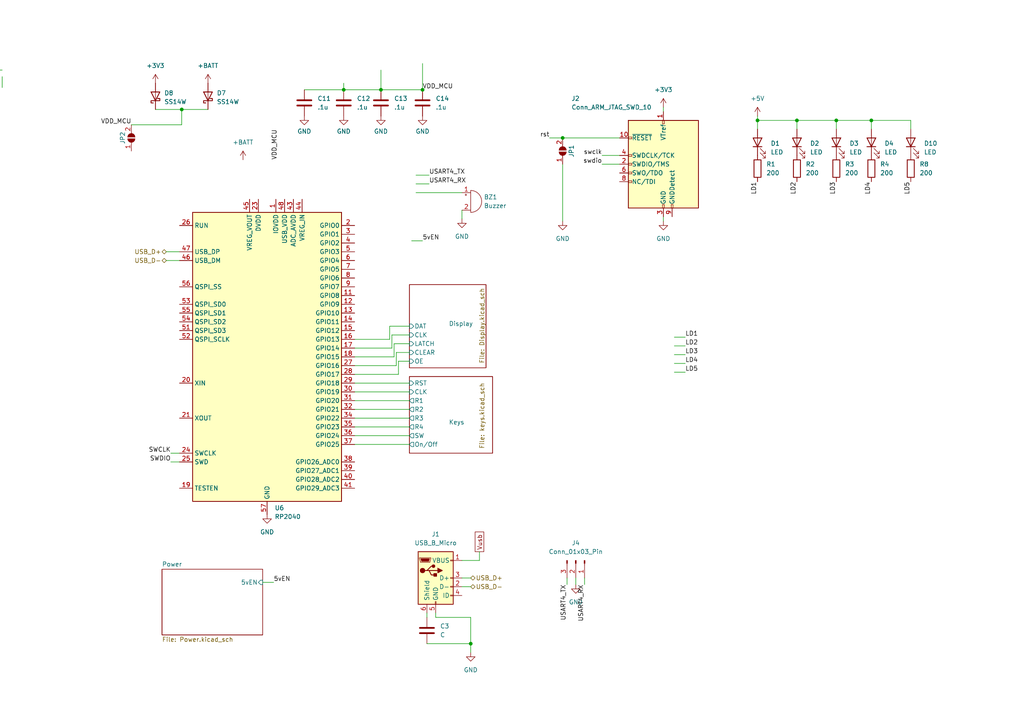
<source format=kicad_sch>
(kicad_sch (version 20230121) (generator eeschema)
  (paper "A4")
  (lib_symbols
    (symbol "Connector:Conn_01x03_Pin" (pin_names (offset 1.016) hide)
      (property "Reference" "J" (at 0 5.08 0))
      (property "Value" "Conn_01x03_Pin" (at 0 -5.08 0))
      (symbol "Conn_01x03_Pin_1_1"
        (polyline (pts (xy 1.27 -2.54) (xy 0.8636 -2.54)) (stroke (width 0.1524)))
        (polyline (pts (xy 1.27 0) (xy 0.8636 0)) (stroke (width 0.1524)))
        (polyline (pts (xy 1.27 2.54) (xy 0.8636 2.54)) (stroke (width 0.1524)))
        (rectangle (start 0.8636 -2.413) (end 0 -2.667) (stroke (width 0.1524)) (fill (type outline)))
        (rectangle (start 0.8636 0.127) (end 0 -0.127) (stroke (width 0.1524)) (fill (type outline)))
        (rectangle (start 0.8636 2.667) (end 0 2.413) (stroke (width 0.1524)) (fill (type outline)))
        (pin passive line (at 5.08 2.54 180) (length 3.81) (name "Pin_1") (number "1"))
        (pin passive line (at 5.08 0 180) (length 3.81) (name "Pin_2") (number "2"))
        (pin passive line (at 5.08 -2.54 180) (length 3.81) (name "Pin_3") (number "3"))
      )
    )
    (symbol "Connector:Conn_ARM_JTAG_SWD_10" (pin_names (offset 1.016))
      (property "Reference" "J" (at -2.54 16.51 0))
      (property "Value" "Conn_ARM_JTAG_SWD_10" (at -2.54 13.97 0))
      (symbol "Conn_ARM_JTAG_SWD_10_0_1"
        (rectangle (start -10.16 12.7) (end 10.16 -12.7) (stroke (width 0.254)) (fill (type background)))
        (rectangle (start -2.794 -12.7) (end -2.286 -11.684))
        (rectangle (start -0.254 -12.7) (end 0.254 -11.684))
        (rectangle (start -0.254 12.7) (end 0.254 11.684))
        (rectangle (start 9.144 2.286) (end 10.16 2.794))
        (rectangle (start 10.16 -2.794) (end 9.144 -2.286))
        (rectangle (start 10.16 -0.254) (end 9.144 0.254))
        (rectangle (start 10.16 7.874) (end 9.144 7.366))
      )
      (symbol "Conn_ARM_JTAG_SWD_10_1_1"
        (rectangle (start 9.144 -5.334) (end 10.16 -4.826))
        (pin power_in line (at 0 15.24 270) (length 2.54) (name "VTref") (number "1"))
        (pin open_collector line (at 12.7 7.62 180) (length 2.54) (name "~{RESET}") (number "10"))
        (pin bidirectional line (at 12.7 0 180) (length 2.54) (name "SWDIO/TMS") (number "2"))
        (pin power_in line (at 0 -15.24 90) (length 2.54) (name "GND") (number "3"))
        (pin output line (at 12.7 2.54 180) (length 2.54) (name "SWDCLK/TCK") (number "4"))
        (pin passive line (at 0 -15.24 90) (length 2.54) hide (name "GND") (number "5"))
        (pin input line (at 12.7 -2.54 180) (length 2.54) (name "SWO/TDO") (number "6"))
        (pin no_connect line (at -10.16 0 0) (length 2.54) hide (name "KEY") (number "7"))
        (pin output line (at 12.7 -5.08 180) (length 2.54) (name "NC/TDI") (number "8"))
        (pin passive line (at -2.54 -15.24 90) (length 2.54) (name "GNDDetect") (number "9"))
      )
    )
    (symbol "Connector:USB_B_Micro" (pin_names (offset 1.016))
      (property "Reference" "J" (at -5.08 11.43 0))
      (property "Value" "USB_B_Micro" (at -5.08 8.89 0))
      (symbol "USB_B_Micro_0_1"
        (rectangle (start -5.08 -7.62) (end 5.08 7.62) (stroke (width 0.254)) (fill (type background)))
        (circle (center -3.81 2.159) (radius 0.635) (stroke (width 0.254)) (fill (type outline)))
        (circle (center -0.635 3.429) (radius 0.381) (stroke (width 0.254)) (fill (type outline)))
        (rectangle (start -0.127 -7.62) (end 0.127 -6.858))
        (polyline (pts (xy -1.905 2.159) (xy 0.635 2.159)) (stroke (width 0.254)))
        (polyline (pts (xy -3.175 2.159) (xy -2.54 2.159) (xy -1.27 3.429) (xy -0.635 3.429)) (stroke (width 0.254)))
        (polyline (pts (xy -2.54 2.159) (xy -1.905 2.159) (xy -1.27 0.889) (xy 0 0.889)) (stroke (width 0.254)))
        (polyline (pts (xy 0.635 2.794) (xy 0.635 1.524) (xy 1.905 2.159) (xy 0.635 2.794)) (stroke (width 0.254)) (fill (type outline)))
        (polyline (pts (xy -4.318 5.588) (xy -1.778 5.588) (xy -2.032 4.826) (xy -4.064 4.826) (xy -4.318 5.588)) (fill (type outline)))
        (polyline (pts (xy -4.699 5.842) (xy -4.699 5.588) (xy -4.445 4.826) (xy -4.445 4.572) (xy -1.651 4.572) (xy -1.651 4.826) (xy -1.397 5.588) (xy -1.397 5.842) (xy -4.699 5.842)))
        (rectangle (start 0.254 1.27) (end -0.508 0.508) (stroke (width 0.254)) (fill (type outline)))
        (rectangle (start 5.08 -5.207) (end 4.318 -4.953))
        (rectangle (start 5.08 -2.667) (end 4.318 -2.413))
        (rectangle (start 5.08 -0.127) (end 4.318 0.127))
        (rectangle (start 5.08 4.953) (end 4.318 5.207))
      )
      (symbol "USB_B_Micro_1_1"
        (pin power_out line (at 7.62 5.08 180) (length 2.54) (name "VBUS") (number "1"))
        (pin bidirectional line (at 7.62 -2.54 180) (length 2.54) (name "D-") (number "2"))
        (pin bidirectional line (at 7.62 0 180) (length 2.54) (name "D+") (number "3"))
        (pin passive line (at 7.62 -5.08 180) (length 2.54) (name "ID") (number "4"))
        (pin power_out line (at 0 -10.16 90) (length 2.54) (name "GND") (number "5"))
        (pin passive line (at -2.54 -10.16 90) (length 2.54) (name "Shield") (number "6"))
      )
    )
    (symbol "Device:Buzzer" (pin_names (offset 0.0254) hide)
      (property "Reference" "BZ" (at 3.81 1.27 0))
      (property "Value" "Buzzer" (at 3.81 -1.27 0))
      (symbol "Buzzer_0_1"
        (arc (start 0 -3.175) (mid 3.1612 0) (end 0 3.175))
        (polyline (pts (xy -1.651 1.905) (xy -1.143 1.905)))
        (polyline (pts (xy -1.397 2.159) (xy -1.397 1.651)))
        (polyline (pts (xy 0 3.175) (xy 0 -3.175)))
      )
      (symbol "Buzzer_1_1"
        (pin passive line (at -2.54 2.54 0) (length 2.54) (name "-") (number "1"))
        (pin passive line (at -2.54 -2.54 0) (length 2.54) (name "+") (number "2"))
      )
    )
    (symbol "Device:C" (pin_numbers hide) (pin_names (offset 0.254))
      (property "Reference" "C" (at 0.635 2.54 0))
      (property "Value" "C" (at 0.635 -2.54 0))
      (symbol "C_0_1"
        (polyline (pts (xy -2.032 -0.762) (xy 2.032 -0.762)) (stroke (width 0.508)))
        (polyline (pts (xy -2.032 0.762) (xy 2.032 0.762)) (stroke (width 0.508)))
      )
      (symbol "C_1_1"
        (pin passive line (at 0 3.81 270) (length 2.794) (name "~") (number "1"))
        (pin passive line (at 0 -3.81 90) (length 2.794) (name "~") (number "2"))
      )
    )
    (symbol "Device:D_Schottky" (pin_numbers hide) (pin_names (offset 1.016) hide)
      (property "Reference" "D" (at 0 2.54 0))
      (property "Value" "D_Schottky" (at 0 -2.54 0))
      (symbol "D_Schottky_0_1"
        (polyline (pts (xy 1.27 0) (xy -1.27 0)))
        (polyline (pts (xy 1.27 1.27) (xy 1.27 -1.27) (xy -1.27 0) (xy 1.27 1.27)) (stroke (width 0.254)))
        (polyline (pts (xy -1.905 0.635) (xy -1.905 1.27) (xy -1.27 1.27) (xy -1.27 -1.27) (xy -0.635 -1.27) (xy -0.635 -0.635)) (stroke (width 0.254)))
      )
      (symbol "D_Schottky_1_1"
        (pin passive line (at -3.81 0 0) (length 2.54) (name "K") (number "1"))
        (pin passive line (at 3.81 0 180) (length 2.54) (name "A") (number "2"))
      )
    )
    (symbol "Device:LED" (pin_numbers hide) (pin_names (offset 1.016) hide)
      (property "Reference" "D" (at 0 2.54 0))
      (property "Value" "LED" (at 0 -2.54 0))
      (symbol "LED_0_1"
        (polyline (pts (xy -1.27 -1.27) (xy -1.27 1.27)) (stroke (width 0.254)))
        (polyline (pts (xy -1.27 0) (xy 1.27 0)))
        (polyline (pts (xy 1.27 -1.27) (xy 1.27 1.27) (xy -1.27 0) (xy 1.27 -1.27)) (stroke (width 0.254)))
        (polyline (pts (xy -3.048 -0.762) (xy -4.572 -2.286) (xy -3.81 -2.286) (xy -4.572 -2.286) (xy -4.572 -1.524)))
        (polyline (pts (xy -1.778 -0.762) (xy -3.302 -2.286) (xy -2.54 -2.286) (xy -3.302 -2.286) (xy -3.302 -1.524)))
      )
      (symbol "LED_1_1"
        (pin passive line (at -3.81 0 0) (length 2.54) (name "K") (number "1"))
        (pin passive line (at 3.81 0 180) (length 2.54) (name "A") (number "2"))
      )
    )
    (symbol "Device:R" (pin_numbers hide) (pin_names (offset 0))
      (property "Reference" "R" (at 2.032 0 90))
      (property "Value" "R" (at 0 0 90))
      (symbol "R_0_1"
        (rectangle (start -1.016 -2.54) (end 1.016 2.54) (stroke (width 0.254)))
      )
      (symbol "R_1_1"
        (pin passive line (at 0 3.81 270) (length 1.27) (name "~") (number "1"))
        (pin passive line (at 0 -3.81 90) (length 1.27) (name "~") (number "2"))
      )
    )
    (symbol "GND_3" (power) (pin_names (offset 0))
      (property "Value" "GND_3" (at 0 -3.81 0))
      (symbol "GND_3_0_1"
        (polyline (pts (xy 0 0) (xy 0 -1.27) (xy 1.27 -1.27) (xy 0 -2.54) (xy -1.27 -1.27) (xy 0 -1.27)))
      )
      (symbol "GND_3_1_1"
        (pin power_in line (at 0 0 270) (length 0) hide (name "GND") (number "1"))
      )
    )
    (symbol "Jumper:SolderJumper_2_Open" (pin_names (offset 0) hide)
      (property "Reference" "JP" (at 0 2.032 0))
      (property "Value" "SolderJumper_2_Open" (at 0 -2.54 0))
      (symbol "SolderJumper_2_Open_0_1"
        (arc (start -0.254 1.016) (mid -1.2656 0) (end -0.254 -1.016))
        (arc (start -0.254 1.016) (mid -1.2656 0) (end -0.254 -1.016) (fill (type outline)))
        (polyline (pts (xy -0.254 1.016) (xy -0.254 -1.016)))
        (polyline (pts (xy 0.254 1.016) (xy 0.254 -1.016)))
        (arc (start 0.254 -1.016) (mid 1.2656 0) (end 0.254 1.016))
        (arc (start 0.254 -1.016) (mid 1.2656 0) (end 0.254 1.016) (fill (type outline)))
      )
      (symbol "SolderJumper_2_Open_1_1"
        (pin passive line (at -3.81 0 0) (length 2.54) (name "A") (number "1"))
        (pin passive line (at 3.81 0 180) (length 2.54) (name "B") (number "2"))
      )
    )
    (symbol "MCU_RaspberryPi:RP2040"
      (property "Reference" "U" (at 17.78 45.72 0))
      (property "Value" "RP2040" (at 17.78 43.18 0))
      (symbol "RP2040_0_1"
        (rectangle (start -21.59 41.91) (end 21.59 -41.91) (stroke (width 0.254)) (fill (type background)))
      )
      (symbol "RP2040_1_1"
        (pin power_in line (at 2.54 45.72 270) (length 3.81) (name "IOVDD") (number "1"))
        (pin passive line (at 2.54 45.72 270) (length 3.81) hide (name "IOVDD") (number "10"))
        (pin bidirectional line (at 25.4 17.78 180) (length 3.81) (name "GPIO8") (number "11"))
        (pin bidirectional line (at 25.4 15.24 180) (length 3.81) (name "GPIO9") (number "12"))
        (pin bidirectional line (at 25.4 12.7 180) (length 3.81) (name "GPIO10") (number "13"))
        (pin bidirectional line (at 25.4 10.16 180) (length 3.81) (name "GPIO11") (number "14"))
        (pin bidirectional line (at 25.4 7.62 180) (length 3.81) (name "GPIO12") (number "15"))
        (pin bidirectional line (at 25.4 5.08 180) (length 3.81) (name "GPIO13") (number "16"))
        (pin bidirectional line (at 25.4 2.54 180) (length 3.81) (name "GPIO14") (number "17"))
        (pin bidirectional line (at 25.4 0 180) (length 3.81) (name "GPIO15") (number "18"))
        (pin input line (at -25.4 -38.1 0) (length 3.81) (name "TESTEN") (number "19"))
        (pin bidirectional line (at 25.4 38.1 180) (length 3.81) (name "GPIO0") (number "2"))
        (pin input line (at -25.4 -7.62 0) (length 3.81) (name "XIN") (number "20"))
        (pin passive line (at -25.4 -17.78 0) (length 3.81) (name "XOUT") (number "21"))
        (pin passive line (at 2.54 45.72 270) (length 3.81) hide (name "IOVDD") (number "22"))
        (pin power_in line (at -2.54 45.72 270) (length 3.81) (name "DVDD") (number "23"))
        (pin input line (at -25.4 -27.94 0) (length 3.81) (name "SWCLK") (number "24"))
        (pin bidirectional line (at -25.4 -30.48 0) (length 3.81) (name "SWD") (number "25"))
        (pin input line (at -25.4 38.1 0) (length 3.81) (name "RUN") (number "26"))
        (pin bidirectional line (at 25.4 -2.54 180) (length 3.81) (name "GPIO16") (number "27"))
        (pin bidirectional line (at 25.4 -5.08 180) (length 3.81) (name "GPIO17") (number "28"))
        (pin bidirectional line (at 25.4 -7.62 180) (length 3.81) (name "GPIO18") (number "29"))
        (pin bidirectional line (at 25.4 35.56 180) (length 3.81) (name "GPIO1") (number "3"))
        (pin bidirectional line (at 25.4 -10.16 180) (length 3.81) (name "GPIO19") (number "30"))
        (pin bidirectional line (at 25.4 -12.7 180) (length 3.81) (name "GPIO20") (number "31"))
        (pin bidirectional line (at 25.4 -15.24 180) (length 3.81) (name "GPIO21") (number "32"))
        (pin passive line (at 2.54 45.72 270) (length 3.81) hide (name "IOVDD") (number "33"))
        (pin bidirectional line (at 25.4 -17.78 180) (length 3.81) (name "GPIO22") (number "34"))
        (pin bidirectional line (at 25.4 -20.32 180) (length 3.81) (name "GPIO23") (number "35"))
        (pin bidirectional line (at 25.4 -22.86 180) (length 3.81) (name "GPIO24") (number "36"))
        (pin bidirectional line (at 25.4 -25.4 180) (length 3.81) (name "GPIO25") (number "37"))
        (pin bidirectional line (at 25.4 -30.48 180) (length 3.81) (name "GPIO26_ADC0") (number "38"))
        (pin bidirectional line (at 25.4 -33.02 180) (length 3.81) (name "GPIO27_ADC1") (number "39"))
        (pin bidirectional line (at 25.4 33.02 180) (length 3.81) (name "GPIO2") (number "4"))
        (pin bidirectional line (at 25.4 -35.56 180) (length 3.81) (name "GPIO28_ADC2") (number "40"))
        (pin bidirectional line (at 25.4 -38.1 180) (length 3.81) (name "GPIO29_ADC3") (number "41"))
        (pin passive line (at 2.54 45.72 270) (length 3.81) hide (name "IOVDD") (number "42"))
        (pin power_in line (at 7.62 45.72 270) (length 3.81) (name "ADC_AVDD") (number "43"))
        (pin power_in line (at 10.16 45.72 270) (length 3.81) (name "VREG_IN") (number "44"))
        (pin power_out line (at -5.08 45.72 270) (length 3.81) (name "VREG_VOUT") (number "45"))
        (pin bidirectional line (at -25.4 27.94 0) (length 3.81) (name "USB_DM") (number "46"))
        (pin bidirectional line (at -25.4 30.48 0) (length 3.81) (name "USB_DP") (number "47"))
        (pin power_in line (at 5.08 45.72 270) (length 3.81) (name "USB_VDD") (number "48"))
        (pin passive line (at 2.54 45.72 270) (length 3.81) hide (name "IOVDD") (number "49"))
        (pin bidirectional line (at 25.4 30.48 180) (length 3.81) (name "GPIO3") (number "5"))
        (pin passive line (at -2.54 45.72 270) (length 3.81) hide (name "DVDD") (number "50"))
        (pin bidirectional line (at -25.4 7.62 0) (length 3.81) (name "QSPI_SD3") (number "51"))
        (pin output line (at -25.4 5.08 0) (length 3.81) (name "QSPI_SCLK") (number "52"))
        (pin bidirectional line (at -25.4 15.24 0) (length 3.81) (name "QSPI_SD0") (number "53"))
        (pin bidirectional line (at -25.4 10.16 0) (length 3.81) (name "QSPI_SD2") (number "54"))
        (pin bidirectional line (at -25.4 12.7 0) (length 3.81) (name "QSPI_SD1") (number "55"))
        (pin bidirectional line (at -25.4 20.32 0) (length 3.81) (name "QSPI_SS") (number "56"))
        (pin power_in line (at 0 -45.72 90) (length 3.81) (name "GND") (number "57"))
        (pin bidirectional line (at 25.4 27.94 180) (length 3.81) (name "GPIO4") (number "6"))
        (pin bidirectional line (at 25.4 25.4 180) (length 3.81) (name "GPIO5") (number "7"))
        (pin bidirectional line (at 25.4 22.86 180) (length 3.81) (name "GPIO6") (number "8"))
        (pin bidirectional line (at 25.4 20.32 180) (length 3.81) (name "GPIO7") (number "9"))
      )
    )
    (symbol "power:+3V3" (power) (pin_names (offset 0))
      (property "Value" "+3V3" (at 0 3.556 0))
      (symbol "+3V3_0_1"
        (polyline (pts (xy -0.762 1.27) (xy 0 2.54)))
        (polyline (pts (xy 0 0) (xy 0 2.54)))
        (polyline (pts (xy 0 2.54) (xy 0.762 1.27)))
      )
      (symbol "+3V3_1_1"
        (pin power_in line (at 0 0 90) (length 0) hide (name "+3V3") (number "1"))
      )
    )
    (symbol "power:+5V" (power) (pin_names (offset 0))
      (property "Value" "+5V" (at 0 3.556 0))
      (symbol "+5V_0_1"
        (polyline (pts (xy -0.762 1.27) (xy 0 2.54)))
        (polyline (pts (xy 0 0) (xy 0 2.54)))
        (polyline (pts (xy 0 2.54) (xy 0.762 1.27)))
      )
      (symbol "+5V_1_1"
        (pin power_in line (at 0 0 90) (length 0) hide (name "+5V") (number "1"))
      )
    )
    (symbol "power:+BATT" (power) (pin_names (offset 0))
      (property "Value" "+BATT" (at 0 3.556 0))
      (symbol "+BATT_0_1"
        (polyline (pts (xy -0.762 1.27) (xy 0 2.54)))
        (polyline (pts (xy 0 0) (xy 0 2.54)))
        (polyline (pts (xy 0 2.54) (xy 0.762 1.27)))
      )
      (symbol "+BATT_1_1"
        (pin power_in line (at 0 0 90) (length 0) hide (name "+BATT") (number "1"))
      )
    )
    (symbol "power:GND" (power) (pin_names (offset 0))
      (property "Value" "GND" (at 0 -3.81 0))
      (symbol "GND_0_1"
        (polyline (pts (xy 0 0) (xy 0 -1.27) (xy 1.27 -1.27) (xy 0 -2.54) (xy -1.27 -1.27) (xy 0 -1.27)))
      )
      (symbol "GND_1_1"
        (pin power_in line (at 0 0 270) (length 0) hide (name "GND") (number "1"))
      )
    )
  )
  (junction (at 99.695 26.035))
  (junction (at 231.14 34.925))
  (junction (at 52.705 31.75))
  (junction (at 252.73 34.925))
  (junction (at 219.71 34.925))
  (junction (at 110.49 26.035))
  (junction (at 136.525 186.69))
  (junction (at 242.57 34.925))
  (junction (at 163.195 40.005))
  (junction (at 122.555 26.035))
  (wire (pts (xy 114.3 103.505) (xy 102.87 103.505)))
  (wire (pts (xy 123.825 177.8) (xy 123.825 179.07)))
  (wire (pts (xy 231.14 34.925) (xy 242.57 34.925)))
  (wire (pts (xy 102.87 113.665) (xy 118.745 113.665)))
  (wire (pts (xy 115.57 108.585) (xy 102.87 108.585)))
  (wire (pts (xy 164.465 167.64) (xy 164.465 169.545)))
  (wire (pts (xy 102.87 111.125) (xy 118.745 111.125)))
  (wire (pts (xy 110.49 20.32) (xy 110.49 26.035)))
  (wire (pts (xy 179.705 47.625) (xy 174.625 47.625)))
  (wire (pts (xy 102.87 100.965) (xy 113.665 100.965)))
  (wire (pts (xy 219.71 33.655) (xy 219.71 34.925)))
  (wire (pts (xy 163.195 47.625) (xy 163.195 64.135)))
  (wire (pts (xy 123.825 186.69) (xy 136.525 186.69)))
  (wire (pts (xy 192.405 32.385) (xy 192.405 31.115)))
  (wire (pts (xy 195.58 102.87) (xy 198.755 102.87)))
  (wire (pts (xy 136.525 186.69) (xy 136.525 189.23)))
  (wire (pts (xy 124.46 50.8) (xy 120.65 50.8)))
  (wire (pts (xy 231.14 34.925) (xy 219.71 34.925)))
  (wire (pts (xy 122.555 26.035) (xy 122.555 18.415)))
  (wire (pts (xy 124.46 53.34) (xy 120.65 53.34)))
  (wire (pts (xy 136.525 179.07) (xy 126.365 179.07)))
  (wire (pts (xy 102.87 116.205) (xy 118.745 116.205)))
  (wire (pts (xy 133.985 167.64) (xy 136.525 167.64)))
  (wire (pts (xy 195.58 107.95) (xy 198.755 107.95)))
  (wire (pts (xy 52.07 73.025) (xy 48.26 73.025)))
  (wire (pts (xy 167.005 167.64) (xy 167.005 169.545)))
  (wire (pts (xy 102.87 106.045) (xy 114.935 106.045)))
  (wire (pts (xy 102.87 126.365) (xy 118.745 126.365)))
  (wire (pts (xy 118.745 104.775) (xy 115.57 104.775)))
  (wire (pts (xy 252.73 37.465) (xy 252.73 34.925)))
  (wire (pts (xy 52.07 75.565) (xy 48.26 75.565)))
  (wire (pts (xy 115.57 104.775) (xy 115.57 108.585)))
  (wire (pts (xy 118.745 99.695) (xy 114.3 99.695)))
  (wire (pts (xy 113.03 94.615) (xy 113.03 98.425)))
  (wire (pts (xy 88.265 26.035) (xy 99.695 26.035)))
  (wire (pts (xy 195.58 105.41) (xy 198.755 105.41)))
  (wire (pts (xy 136.525 179.07) (xy 136.525 186.69)))
  (wire (pts (xy 242.57 34.925) (xy 252.73 34.925)))
  (wire (pts (xy 126.365 179.07) (xy 126.365 177.8)))
  (wire (pts (xy 231.14 37.465) (xy 231.14 34.925)))
  (wire (pts (xy 113.665 97.155) (xy 118.745 97.155)))
  (wire (pts (xy 195.58 97.79) (xy 198.755 97.79)))
  (wire (pts (xy 179.705 45.085) (xy 174.625 45.085)))
  (wire (pts (xy 38.1 36.195) (xy 52.705 36.195)))
  (wire (pts (xy 264.16 37.465) (xy 264.16 34.925)))
  (wire (pts (xy 219.71 34.925) (xy 219.71 37.465)))
  (wire (pts (xy 120.65 55.88) (xy 133.985 55.88)))
  (wire (pts (xy 52.705 31.75) (xy 60.325 31.75)))
  (wire (pts (xy 102.87 118.745) (xy 118.745 118.745)))
  (wire (pts (xy 139.065 160.02) (xy 139.065 162.56)))
  (wire (pts (xy 192.405 62.865) (xy 192.405 64.135)))
  (wire (pts (xy 114.3 99.695) (xy 114.3 103.505)))
  (wire (pts (xy 102.87 128.905) (xy 118.745 128.905)))
  (wire (pts (xy 0.635 22.225) (xy 0.635 25.4)))
  (wire (pts (xy 139.065 162.56) (xy 133.985 162.56)))
  (wire (pts (xy 179.705 40.005) (xy 163.195 40.005)))
  (wire (pts (xy 114.935 106.045) (xy 114.935 102.235)))
  (wire (pts (xy 102.87 123.825) (xy 118.745 123.825)))
  (wire (pts (xy 99.695 26.035) (xy 110.49 26.035)))
  (wire (pts (xy 133.985 60.96) (xy 133.985 63.5)))
  (wire (pts (xy 195.58 100.33) (xy 198.755 100.33)))
  (wire (pts (xy 76.2 168.91) (xy 79.375 168.91)))
  (wire (pts (xy 133.985 170.18) (xy 136.525 170.18)))
  (wire (pts (xy 242.57 34.925) (xy 242.57 37.465)))
  (wire (pts (xy 114.935 102.235) (xy 118.745 102.235)))
  (wire (pts (xy 252.73 34.925) (xy 264.16 34.925)))
  (wire (pts (xy -3.175 20.32) (xy 0.635 20.32)))
  (wire (pts (xy 119.38 69.85) (xy 122.555 69.85)))
  (wire (pts (xy 113.665 100.965) (xy 113.665 97.155)))
  (wire (pts (xy 45.085 31.75) (xy 52.705 31.75)))
  (wire (pts (xy 52.705 31.75) (xy 52.705 36.195)))
  (wire (pts (xy 99.695 24.13) (xy 99.695 26.035)))
  (wire (pts (xy 163.195 40.005) (xy 159.385 40.005)))
  (wire (pts (xy 110.49 26.035) (xy 122.555 26.035)))
  (wire (pts (xy 52.07 133.985) (xy 49.53 133.985)))
  (wire (pts (xy 102.87 121.285) (xy 118.745 121.285)))
  (wire (pts (xy 52.07 131.445) (xy 49.53 131.445)))
  (wire (pts (xy 118.745 94.615) (xy 113.03 94.615)))
  (wire (pts (xy 169.545 167.64) (xy 169.545 169.545)))
  (wire (pts (xy 113.03 98.425) (xy 102.87 98.425)))
  (label "SWCLK" (at 49.53 131.445 180))
  (label "USART4_TX" (at 124.46 50.8 0))
  (label "LD4" (at 252.73 52.705 270))
  (label "5vEN" (at 79.375 168.91 0))
  (label "swdio" (at 174.625 47.625 180))
  (label "swclk" (at 174.625 45.085 180))
  (label "VDD_MCU" (at 38.1 36.195 180))
  (label "VDD_MCU" (at 122.555 26.035 0))
  (label "USART4_TX" (at 164.465 169.545 270))
  (label "LD5" (at 264.16 52.705 270))
  (label "rst" (at 159.385 40.005 180))
  (label "VDD_MCU" (at 80.645 46.355 90))
  (label "SWDIO" (at 49.53 133.985 180))
  (label "LD2" (at 198.755 100.33 0))
  (label "LD5" (at 198.755 107.95 0))
  (label "LD3" (at 198.755 102.87 0))
  (label "rst" (at -3.175 20.32 180))
  (label "LD3" (at 242.57 52.705 270))
  (label "USART4_RX" (at 169.545 169.545 270))
  (label "5vEN" (at 122.555 69.85 0))
  (label "LD2" (at 231.14 52.705 270))
  (label "LD1" (at 198.755 97.79 0))
  (label "USART4_RX" (at 124.46 53.34 0))
  (label "LD4" (at 198.755 105.41 0))
  (label "LD1" (at 219.71 52.705 270))
  (global_label "Vusb" (shape passive) (at 139.065 160.02 90) (property "Intersheetrefs" "${INTERSHEET_REFS}" (effects hide)))
  (hierarchical_label "USB_D-" (shape bidirectional) (at 48.26 75.565 180))
  (hierarchical_label "USB_D-" (shape bidirectional) (at 136.525 170.18 0))
  (hierarchical_label "USB_D+" (shape bidirectional) (at 48.26 73.025 180))
  (hierarchical_label "USB_D+" (shape bidirectional) (at 136.525 167.64 0))
  (symbol (lib_id "power:GND") (at 167.005 169.545 0) (unit 1)
    (property "Reference" "#PWR043" (effects hide))
    (property "Value" "GND" (at 167.005 174.625 0))
  )
  (symbol (lib_id "power:+3V3") (at 192.405 31.115 0) (mirror y) (unit 1)
    (property "Reference" "#PWR025" (effects hide))
    (property "Value" "+3V3" (at 192.405 26.035 0))
  )
  (symbol (lib_id "power:+BATT") (at 70.485 46.355 0) (unit 1)
    (property "Reference" "#PWR024" (effects hide))
    (property "Value" "+BATT" (at 70.485 41.275 0))
  )
  (symbol (lib_id "Connector:Conn_01x03_Pin") (at 167.005 162.56 270) (unit 1)
    (property "Reference" "J4" (at 167.005 157.48 90))
    (property "Value" "Conn_01x03_Pin" (at 167.005 160.02 90))
    (property "Footprint" "Connector_PinHeader_1.27mm:PinHeader_1x03_P1.27mm_Vertical_SMD_Pin1Left" (effects hide))
  )
  (symbol (lib_id "Connector:Conn_ARM_JTAG_SWD_10") (at 192.405 47.625 0) (mirror y) (unit 1)
    (property "Reference" "J2" (at 165.735 28.575 0) (effects (justify right)))
    (property "Value" "Conn_ARM_JTAG_SWD_10" (at 165.735 31.115 0) (effects (justify right)))
    (property "Footprint" "Connector_PinHeader_1.27mm:PinHeader_2x05_P1.27mm_Vertical" (effects hide))
    (property "Datasheet" "http://infocenter.arm.com/help/topic/com.arm.doc.ddi0314h/DDI0314H_coresight_components_trm.pdf" (effects hide))
  )
  (symbol (lib_id "power:GND") (at 99.695 33.655 0) (unit 1)
    (property "Reference" "#PWR040" (effects hide))
    (property "Value" "GND" (at 99.695 38.1 0))
  )
  (symbol (lib_id "Device:LED") (at 242.57 41.275 90) (unit 1)
    (property "Reference" "D3" (at 246.38 41.5925 90) (effects (justify right)))
    (property "Value" "LED" (at 246.38 44.1325 90) (effects (justify right)))
    (property "Footprint" "LED_SMD:LED_0805_2012Metric_Pad1.15x1.40mm_HandSolder" (effects hide))
  )
  (symbol (lib_name "GND_3") (lib_id "power:GND") (at 163.195 64.135 0) (mirror y) (unit 1)
    (property "Reference" "#PWR027" (effects hide))
    (property "Value" "GND" (at 163.195 69.215 0))
  )
  (symbol (lib_id "Jumper:SolderJumper_2_Open") (at 38.1 40.005 90) (unit 1)
    (property "Reference" "JP2" (at 35.56 40.005 0))
    (property "Value" "SolderJumper_2_Open" (effects hide))
    (property "Footprint" "Jumper:SolderJumper-2_P1.3mm_Open_Pad1.0x1.5mm" (effects hide))
  )
  (symbol (lib_id "Device:D_Schottky") (at 60.325 27.94 90) (unit 1)
    (property "Reference" "D7" (at 62.865 26.9875 90) (effects (justify right)))
    (property "Value" "SS14W" (at 62.865 29.5275 90) (effects (justify right)))
    (property "Footprint" "Diode_SMD:D_SMA-SMB_Universal_Handsoldering" (effects hide))
  )
  (symbol (lib_id "power:GND") (at 77.47 149.225 0) (unit 1)
    (property "Reference" "#PWR015" (effects hide))
    (property "Value" "GND" (at 77.47 154.305 0))
  )
  (symbol (lib_id "power:GND") (at 110.49 33.655 0) (unit 1)
    (property "Reference" "#PWR041" (effects hide))
    (property "Value" "GND" (at 110.49 38.1 0))
  )
  (symbol (lib_id "Device:LED") (at 252.73 41.275 90) (unit 1)
    (property "Reference" "D4" (at 256.54 41.5925 90) (effects (justify right)))
    (property "Value" "LED" (at 256.54 44.1325 90) (effects (justify right)))
    (property "Footprint" "LED_SMD:LED_0805_2012Metric_Pad1.15x1.40mm_HandSolder" (effects hide))
  )
  (symbol (lib_id "Device:R") (at 231.14 48.895 0) (unit 1)
    (property "Reference" "R2" (at 233.68 47.625 0) (effects (justify left)))
    (property "Value" "200" (at 233.68 50.165 0) (effects (justify left)))
    (property "Footprint" "Resistor_SMD:R_0603_1608Metric_Pad0.98x0.95mm_HandSolder" (effects hide))
  )
  (symbol (lib_id "Device:C") (at 110.49 29.845 180) (unit 1)
    (property "Reference" "C13" (at 114.3 28.5749 0) (effects (justify right)))
    (property "Value" ".1u" (at 114.3 31.1149 0) (effects (justify right)))
    (property "Footprint" "Capacitor_SMD:C_0603_1608Metric_Pad1.08x0.95mm_HandSolder" (effects hide))
  )
  (symbol (lib_id "Device:C") (at 88.265 29.845 180) (unit 1)
    (property "Reference" "C11" (at 92.075 28.5749 0) (effects (justify right)))
    (property "Value" ".1u" (at 92.075 31.1149 0) (effects (justify right)))
    (property "Footprint" "Capacitor_SMD:C_0603_1608Metric_Pad1.08x0.95mm_HandSolder" (effects hide))
  )
  (symbol (lib_id "Device:C") (at 99.695 29.845 180) (unit 1)
    (property "Reference" "C12" (at 103.505 28.5749 0) (effects (justify right)))
    (property "Value" ".1u" (at 103.505 31.1149 0) (effects (justify right)))
    (property "Footprint" "Capacitor_SMD:C_0603_1608Metric_Pad1.08x0.95mm_HandSolder" (effects hide))
  )
  (symbol (lib_id "MCU_RaspberryPi:RP2040") (at 77.47 103.505 0) (unit 1)
    (property "Reference" "U6" (at 79.6641 147.32 0) (effects (justify left)))
    (property "Value" "RP2040" (at 79.6641 149.86 0) (effects (justify left)))
    (property "Footprint" "Package_DFN_QFN:QFN-56-1EP_7x7mm_P0.4mm_EP3.2x3.2mm" (effects hide))
    (property "Datasheet" "https://datasheets.raspberrypi.com/rp2040/rp2040-datasheet.pdf" (effects hide))
  )
  (symbol (lib_id "Device:D_Schottky") (at 45.085 27.94 90) (unit 1)
    (property "Reference" "D8" (at 47.625 26.9875 90) (effects (justify right)))
    (property "Value" "SS14W" (at 47.625 29.5275 90) (effects (justify right)))
    (property "Footprint" "Diode_SMD:D_SMA-SMB_Universal_Handsoldering" (effects hide))
  )
  (symbol (lib_id "power:+3V3") (at 45.085 24.13 0) (unit 1)
    (property "Reference" "#PWR022" (effects hide))
    (property "Value" "+3V3" (at 45.085 19.05 0))
  )
  (symbol (lib_id "Connector:USB_B_Micro") (at 126.365 167.64 0) (unit 1)
    (property "Reference" "J1" (at 126.365 154.94 0))
    (property "Value" "USB_B_Micro" (at 126.365 157.48 0))
    (property "Footprint" "Connector_USB:USB_Micro-B_Amphenol_10104110_Horizontal" (effects hide))
  )
  (symbol (lib_id "Device:R") (at 219.71 48.895 0) (unit 1)
    (property "Reference" "R1" (at 222.25 47.625 0) (effects (justify left)))
    (property "Value" "200" (at 222.25 50.165 0) (effects (justify left)))
    (property "Footprint" "Resistor_SMD:R_0603_1608Metric_Pad0.98x0.95mm_HandSolder" (effects hide))
  )
  (symbol (lib_id "power:GND") (at 133.985 63.5 0) (unit 1)
    (property "Reference" "#PWR010" (effects hide))
    (property "Value" "GND" (at 133.985 68.58 0))
  )
  (symbol (lib_id "Device:Buzzer") (at 136.525 58.42 0) (unit 1)
    (property "Reference" "BZ1" (at 140.335 57.15 0) (effects (justify left)))
    (property "Value" "Buzzer" (at 140.335 59.69 0) (effects (justify left)))
    (property "Footprint" "Buzzer_Beeper:Buzzer_12x9.5RM7.6" (effects hide))
  )
  (symbol (lib_id "power:GND") (at 136.525 189.23 0) (unit 1)
    (property "Reference" "#PWR021" (effects hide))
    (property "Value" "GND" (at 136.525 194.31 0))
  )
  (symbol (lib_id "Device:LED") (at 219.71 41.275 90) (unit 1)
    (property "Reference" "D1" (at 223.52 41.5925 90) (effects (justify right)))
    (property "Value" "LED" (at 223.52 44.1325 90) (effects (justify right)))
    (property "Footprint" "LED_SMD:LED_0805_2012Metric_Pad1.15x1.40mm_HandSolder" (effects hide))
  )
  (symbol (lib_id "Jumper:SolderJumper_2_Open") (at 163.195 43.815 270) (mirror x) (unit 1)
    (property "Reference" "JP1" (at 165.735 43.815 0))
    (property "Value" "SolderJumper_2_Open" (effects hide))
    (property "Footprint" "Jumper:SolderJumper-2_P1.3mm_Open_Pad1.0x1.5mm" (effects hide))
  )
  (symbol (lib_id "power:GND") (at 88.265 33.655 0) (unit 1)
    (property "Reference" "#PWR039" (effects hide))
    (property "Value" "GND" (at 88.265 38.1 0))
  )
  (symbol (lib_id "Device:LED") (at 231.14 41.275 90) (unit 1)
    (property "Reference" "D2" (at 234.95 41.5925 90) (effects (justify right)))
    (property "Value" "LED" (at 234.95 44.1325 90) (effects (justify right)))
    (property "Footprint" "LED_SMD:LED_0805_2012Metric_Pad1.15x1.40mm_HandSolder" (effects hide))
  )
  (symbol (lib_id "power:GND") (at 192.405 64.135 0) (mirror y) (unit 1)
    (property "Reference" "#PWR026" (effects hide))
    (property "Value" "GND" (at 192.405 69.215 0))
  )
  (symbol (lib_id "Device:R") (at 242.57 48.895 0) (unit 1)
    (property "Reference" "R3" (at 245.11 47.625 0) (effects (justify left)))
    (property "Value" "200" (at 245.11 50.165 0) (effects (justify left)))
    (property "Footprint" "Resistor_SMD:R_0603_1608Metric_Pad0.98x0.95mm_HandSolder" (effects hide))
  )
  (symbol (lib_id "Device:LED") (at 264.16 41.275 90) (unit 1)
    (property "Reference" "D10" (at 267.97 41.5925 90) (effects (justify right)))
    (property "Value" "LED" (at 267.97 44.1325 90) (effects (justify right)))
    (property "Footprint" "LED_SMD:LED_0805_2012Metric_Pad1.15x1.40mm_HandSolder" (effects hide))
  )
  (symbol (lib_id "Device:C") (at 122.555 29.845 180) (unit 1)
    (property "Reference" "C14" (at 126.365 28.5749 0) (effects (justify right)))
    (property "Value" ".1u" (at 126.365 31.1149 0) (effects (justify right)))
    (property "Footprint" "Capacitor_SMD:C_0603_1608Metric_Pad1.08x0.95mm_HandSolder" (effects hide))
  )
  (symbol (lib_id "power:GND") (at 122.555 33.655 0) (unit 1)
    (property "Reference" "#PWR042" (effects hide))
    (property "Value" "GND" (at 122.555 38.1 0))
  )
  (symbol (lib_id "power:+5V") (at 219.71 33.655 0) (unit 1)
    (property "Reference" "#PWR01" (effects hide))
    (property "Value" "+5V" (at 219.71 28.575 0))
  )
  (symbol (lib_id "Device:R") (at 264.16 48.895 0) (unit 1)
    (property "Reference" "R8" (at 266.7 47.625 0) (effects (justify left)))
    (property "Value" "200" (at 266.7 50.165 0) (effects (justify left)))
    (property "Footprint" "Resistor_SMD:R_0603_1608Metric_Pad0.98x0.95mm_HandSolder" (effects hide))
  )
  (symbol (lib_id "power:+BATT") (at 60.325 24.13 0) (unit 1)
    (property "Reference" "#PWR023" (effects hide))
    (property "Value" "+BATT" (at 60.325 19.05 0))
  )
  (symbol (lib_id "Device:R") (at 252.73 48.895 0) (unit 1)
    (property "Reference" "R4" (at 255.27 47.625 0) (effects (justify left)))
    (property "Value" "200" (at 255.27 50.165 0) (effects (justify left)))
    (property "Footprint" "Resistor_SMD:R_0603_1608Metric_Pad0.98x0.95mm_HandSolder" (effects hide))
  )
  (symbol (lib_id "Device:C") (at 123.825 182.88 0) (unit 1)
    (property "Reference" "C3" (at 127.635 181.61 0) (effects (justify left)))
    (property "Value" "C" (at 127.635 184.15 0) (effects (justify left)))
    (property "Footprint" "Capacitor_SMD:C_0603_1608Metric_Pad1.08x0.95mm_HandSolder" (effects hide))
  )
  (sheet (at 118.745 82.55) (size 22.225 24.13) (stroke (width 0.1524))
    (property "Sheetname" "Display" (at 130.175 94.615 0) (effects (justify left bottom)))
    (property "Sheetfile" "Display.kicad_sch" (at 139.065 105.41 90) (effects (justify left top)))
    (pin "DAT" input (at 118.745 94.615 180))
    (pin "CLK" input (at 118.745 97.155 180))
    (pin "LATCH" input (at 118.745 99.695 180))
    (pin "CLEAR" input (at 118.745 102.235 180))
    (pin "OE" input (at 118.745 104.775 180))
  )
  (sheet (at 118.745 109.22) (size 24.13 22.225) (stroke (width 0.1524))
    (property "Sheetname" "Keys" (at 130.175 123.19 0) (effects (justify left bottom)))
    (property "Sheetfile" "keys.kicad_sch" (at 139.065 130.175 90) (effects (justify left top)))
    (pin "On{slash}Off" output (at 118.745 128.905 180))
    (pin "CLK" input (at 118.745 113.665 180))
    (pin "RST" input (at 118.745 111.125 180))
    (pin "SW" output (at 118.745 126.365 180))
    (pin "R3" output (at 118.745 121.285 180))
    (pin "R1" output (at 118.745 116.205 180))
    (pin "R2" output (at 118.745 118.745 180))
    (pin "R4" output (at 118.745 123.825 180))
  )
  (sheet (at 46.99 165.1) (size 29.21 19.05) (stroke (width 0.1524))
    (property "Sheetname" "Power" (at 46.99 164.3884 0) (effects (justify left bottom)))
    (property "Sheetfile" "Power.kicad_sch" (at 46.99 184.7346 0) (effects (justify left top)))
    (pin "5vEN" input (at 76.2 168.91 0))
  )
)
</source>
